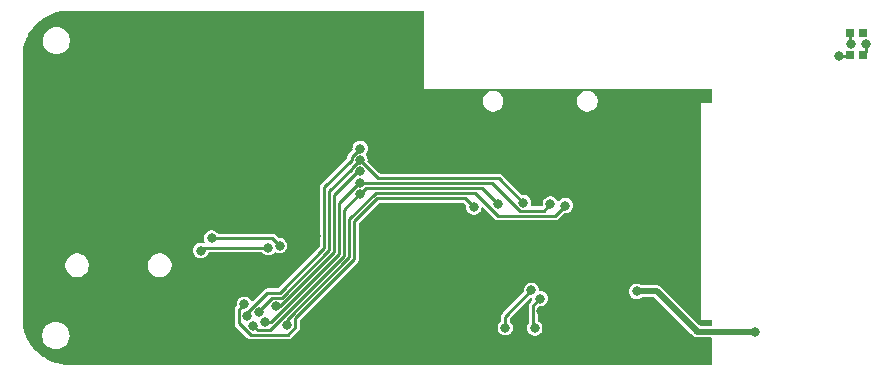
<source format=gbr>
%TF.GenerationSoftware,KiCad,Pcbnew,8.0.5-8.0.5-0~ubuntu22.04.1*%
%TF.CreationDate,2024-11-26T13:48:27+00:00*%
%TF.ProjectId,numcalcium,6e756d63-616c-4636-9975-6d2e6b696361,rev?*%
%TF.SameCoordinates,Original*%
%TF.FileFunction,Copper,L1,Top*%
%TF.FilePolarity,Positive*%
%FSLAX46Y46*%
G04 Gerber Fmt 4.6, Leading zero omitted, Abs format (unit mm)*
G04 Created by KiCad (PCBNEW 8.0.5-8.0.5-0~ubuntu22.04.1) date 2024-11-26 13:48:27*
%MOMM*%
%LPD*%
G01*
G04 APERTURE LIST*
%TA.AperFunction,SMDPad,CuDef*%
%ADD10R,0.700000X0.700000*%
%TD*%
%TA.AperFunction,ViaPad*%
%ADD11C,0.800000*%
%TD*%
%TA.AperFunction,Conductor*%
%ADD12C,0.250000*%
%TD*%
%TA.AperFunction,Conductor*%
%ADD13C,0.500000*%
%TD*%
G04 APERTURE END LIST*
D10*
%TO.P,D26,4,VDD*%
%TO.N,/Front/VDD*%
X70696000Y30285000D03*
%TO.P,D26,3,DIN*%
%TO.N,/Front/LED*%
X69596000Y30285000D03*
%TO.P,D26,2,VSS*%
%TO.N,GND*%
X69596000Y32115000D03*
%TO.P,D26,1,DOUT*%
%TO.N,unconnected-(D26-DOUT-Pad1)*%
X70696000Y32115000D03*
%TD*%
D11*
%TO.N,GND*%
X40640000Y20828000D03*
X28448000Y7620000D03*
X49784000Y26924000D03*
X69638000Y31195002D03*
X21971000Y17526000D03*
X20066000Y25019000D03*
X55372000Y10160000D03*
X15748000Y8128000D03*
X13970000Y22098000D03*
X29464000Y16764000D03*
X28702000Y23876000D03*
X1270000Y9398000D03*
X46736000Y18542000D03*
X38100000Y26924000D03*
X31496000Y16764000D03*
X25400000Y9046999D03*
X15240000Y33020000D03*
X14732000Y10668000D03*
X20320000Y22860000D03*
X5588000Y29210000D03*
X28575000Y13589000D03*
X34544000Y15494000D03*
X53340000Y16256000D03*
X45720000Y19304000D03*
X4064000Y14732000D03*
X55473600Y4978400D03*
X38100000Y24384000D03*
X51308000Y18288000D03*
X11684000Y16256000D03*
X4064000Y10160000D03*
X34544000Y21336000D03*
X49784000Y24384000D03*
X14224000Y18288000D03*
X24384000Y8128000D03*
X31496000Y14224000D03*
X14224000Y8128000D03*
X24257000Y17399000D03*
X17526000Y27178000D03*
X42164000Y19812000D03*
X28575000Y15494000D03*
X55372000Y15240000D03*
X33274000Y12192000D03*
X20320000Y19685000D03*
X55372000Y20320000D03*
X45974000Y9144000D03*
X23876000Y13970000D03*
X35306000Y8382000D03*
X18796000Y15748000D03*
X43434000Y8636000D03*
X34544000Y17272000D03*
X40640000Y9652000D03*
X34544000Y24384000D03*
X24257000Y26289000D03*
X54356000Y26924000D03*
X47752000Y17780000D03*
X23622000Y20955000D03*
X25400000Y33020000D03*
X35052000Y10414000D03*
X36576000Y21336000D03*
X24384000Y23114000D03*
X43688000Y19304000D03*
X5080000Y33020000D03*
X24373999Y14986000D03*
X34544000Y26924000D03*
X38354000Y8382000D03*
X38608000Y21336000D03*
X29210000Y21590000D03*
X36068000Y13716000D03*
X54356000Y24384000D03*
X6604000Y25400000D03*
X16764000Y9144000D03*
X11684000Y14732000D03*
X23622000Y18923000D03*
X47498000Y5588000D03*
X23622000Y19939000D03*
X48768000Y16256000D03*
X23241000Y26289000D03*
X50800000Y5588000D03*
%TO.N,/Front/VDD*%
X51511200Y10261600D03*
X61518800Y6858000D03*
X70908000Y31200000D03*
%TO.N,Net-(C12-Pad1)*%
X15524000Y14782000D03*
X21266940Y14127824D03*
%TO.N,Net-(C13-Pad1)*%
X20320000Y13970000D03*
X14605000Y13716000D03*
%TO.N,/Front/LED*%
X42595000Y10337000D03*
X68645631Y30207631D03*
X40386000Y7188200D03*
%TO.N,/Front/LCD_DC*%
X28066084Y20422494D03*
X20955000Y9046999D03*
%TO.N,/Front/MISO*%
X19050000Y7366000D03*
X39751000Y17653000D03*
X28067226Y18470998D03*
%TO.N,/Front/CK*%
X19541626Y8474137D03*
X41910000Y17780000D03*
X28064394Y21392655D03*
%TO.N,/Front/MOSI*%
X28066507Y19431000D03*
X44196000Y17653000D03*
X20066000Y7670000D03*
%TO.N,/Front/LCD_CS*%
X18517487Y8164770D03*
X28099928Y22352000D03*
%TO.N,/Front/SD_CS*%
X21881152Y7455848D03*
X45466000Y17526000D03*
%TO.N,/Front/SD_DET*%
X37719000Y17399000D03*
X18281007Y9150993D03*
%TO.N,/Front/BUZZER*%
X43326574Y9652000D03*
X42875200Y7162800D03*
%TD*%
D12*
%TO.N,GND*%
X23622000Y18923000D02*
X23622000Y19939000D01*
X69596000Y31237002D02*
X69596000Y32115000D01*
X69638000Y31195002D02*
X69596000Y31237002D01*
X23622000Y25654000D02*
X23622000Y19939000D01*
X23241000Y26289000D02*
X23241000Y26035000D01*
X23241000Y26035000D02*
X23622000Y25654000D01*
X24257000Y26289000D02*
X23622000Y25654000D01*
D13*
%TO.N,/Front/VDD*%
X56642000Y6858000D02*
X61518800Y6858000D01*
X51511200Y10261600D02*
X53238400Y10261600D01*
D12*
X70908000Y30497000D02*
X70696000Y30285000D01*
D13*
X53238400Y10261600D02*
X56540400Y6959600D01*
X56540400Y6959600D02*
X56642000Y6858000D01*
D12*
X70908000Y31200000D02*
X70908000Y30497000D01*
%TO.N,Net-(C12-Pad1)*%
X21266940Y14127824D02*
X20612764Y14782000D01*
X20612764Y14782000D02*
X15524000Y14782000D01*
%TO.N,Net-(C13-Pad1)*%
X14732000Y13716000D02*
X14605000Y13716000D01*
X14986000Y13970000D02*
X14732000Y13716000D01*
X20320000Y13970000D02*
X14986000Y13970000D01*
%TO.N,/Front/LED*%
X68645631Y30207631D02*
X69518631Y30207631D01*
X69518631Y30207631D02*
X69596000Y30285000D01*
X40386000Y8128000D02*
X40386000Y7188200D01*
X42595000Y10337000D02*
X40386000Y8128000D01*
%TO.N,/Front/LCD_DC*%
X28066084Y20422494D02*
X27915494Y20422494D01*
X25879000Y13582090D02*
X21343909Y9046999D01*
X27915494Y20422494D02*
X25879000Y18386000D01*
X25879000Y18386000D02*
X25879000Y13582090D01*
X21343909Y9046999D02*
X20955000Y9046999D01*
%TO.N,/Front/MISO*%
X26699001Y17174001D02*
X26699001Y13242435D01*
X27995998Y18470998D02*
X26699001Y17174001D01*
X28075242Y18470998D02*
X28625244Y19021000D01*
X28067226Y18470998D02*
X27995998Y18470998D01*
X38383000Y19021000D02*
X39751000Y17653000D01*
X28067226Y18470998D02*
X28075242Y18470998D01*
X26699001Y13242435D02*
X20441566Y6985000D01*
X28625244Y19021000D02*
X38383000Y19021000D01*
X20441566Y6985000D02*
X19431000Y6985000D01*
X19431000Y6985000D02*
X19050000Y7366000D01*
%TO.N,/Front/CK*%
X27381084Y20650084D02*
X25468999Y18737999D01*
X28064394Y21392655D02*
X27381084Y20709345D01*
X29616048Y19841001D02*
X39848999Y19841001D01*
X28064394Y21392655D02*
X29616048Y19841001D01*
X21449081Y9731999D02*
X20671263Y9731999D01*
X20671263Y9731999D02*
X19541626Y8602362D01*
X25468999Y18737999D02*
X25468999Y13751917D01*
X25468999Y13751917D02*
X21449081Y9731999D01*
X39848999Y19841001D02*
X41910000Y17780000D01*
X19541626Y8602362D02*
X19541626Y8474137D01*
X27381084Y20709345D02*
X27381084Y20650084D01*
%TO.N,/Front/MOSI*%
X43638000Y17095000D02*
X44196000Y17653000D01*
X41626263Y17095000D02*
X43638000Y17095000D01*
X28066507Y19431000D02*
X39290263Y19431000D01*
X20546738Y7670000D02*
X20066000Y7670000D01*
X28003500Y19431000D02*
X26289000Y17716500D01*
X26289000Y13412262D02*
X20546738Y7670000D01*
X26289000Y17716500D02*
X26289000Y13412262D01*
X39290263Y19431000D02*
X41626263Y17095000D01*
X28066507Y19431000D02*
X28003500Y19431000D01*
%TO.N,/Front/LCD_CS*%
X28099928Y22352000D02*
X28055002Y22352000D01*
X18517487Y8418735D02*
X18517487Y8164770D01*
X25058999Y13921745D02*
X21279253Y10141999D01*
X28055002Y22352000D02*
X27379394Y21676392D01*
X27379394Y21410394D02*
X25058999Y19089999D01*
X27379394Y21676392D02*
X27379394Y21410394D01*
X25058999Y19089999D02*
X25058999Y13921745D01*
X21279253Y10141999D02*
X20240751Y10141999D01*
X20240751Y10141999D02*
X18517487Y8418735D01*
%TO.N,/Front/SD_CS*%
X27178000Y16383000D02*
X29406000Y18611000D01*
X21881152Y7455848D02*
X21881152Y7844758D01*
X27178000Y13141606D02*
X27178000Y16383000D01*
X39750263Y16685000D02*
X44625000Y16685000D01*
X37824263Y18611000D02*
X39750263Y16685000D01*
X21881152Y7844758D02*
X27178000Y13141606D01*
X44625000Y16685000D02*
X45466000Y17526000D01*
X29406000Y18611000D02*
X37824263Y18611000D01*
%TO.N,/Front/SD_DET*%
X27588000Y16213172D02*
X27588000Y12971778D01*
X29535828Y18161000D02*
X27588000Y16213172D01*
X18825000Y6575000D02*
X17832487Y7567513D01*
X36957000Y18161000D02*
X29535828Y18161000D01*
X22611611Y7995389D02*
X22611611Y7217570D01*
X27588000Y12971778D02*
X22611611Y7995389D01*
X21969041Y6575000D02*
X18825000Y6575000D01*
X17832487Y7567513D02*
X17832487Y8702473D01*
X17832487Y8702473D02*
X18281007Y9150993D01*
X37719000Y17399000D02*
X36957000Y18161000D01*
X22611611Y7217570D02*
X21969041Y6575000D01*
%TO.N,/Front/BUZZER*%
X42875200Y7162800D02*
X42749000Y7289000D01*
X42749000Y7289000D02*
X42749000Y8077200D01*
X42749000Y8077200D02*
X42749000Y9074426D01*
X42749000Y9074426D02*
X43326574Y9652000D01*
%TD*%
%TA.AperFunction,Conductor*%
%TO.N,GND*%
G36*
X33487191Y34015336D02*
G01*
X33523155Y33965836D01*
X33528000Y33935243D01*
X33528000Y27432000D01*
X39224335Y27432000D01*
X39282526Y27413093D01*
X39318490Y27363593D01*
X39318490Y27302407D01*
X39282526Y27252907D01*
X39243649Y27235902D01*
X39223698Y27231933D01*
X39098626Y27207055D01*
X39098624Y27207054D01*
X38939299Y27141060D01*
X38939287Y27141054D01*
X38857034Y27086093D01*
X38795901Y27045245D01*
X38673955Y26923299D01*
X38646660Y26882449D01*
X38578145Y26779912D01*
X38578139Y26779900D01*
X38512145Y26620575D01*
X38512145Y26620573D01*
X38478500Y26451431D01*
X38478500Y26278968D01*
X38512145Y26109826D01*
X38512145Y26109824D01*
X38578139Y25950499D01*
X38578145Y25950487D01*
X38673955Y25807101D01*
X38673958Y25807097D01*
X38795897Y25685158D01*
X38795901Y25685155D01*
X38939287Y25589345D01*
X38939299Y25589339D01*
X39098625Y25523345D01*
X39267768Y25489700D01*
X39267771Y25489700D01*
X39440231Y25489700D01*
X39552992Y25512130D01*
X39609374Y25523345D01*
X39609375Y25523345D01*
X39768700Y25589339D01*
X39768712Y25589345D01*
X39871249Y25657860D01*
X39912099Y25685155D01*
X40034045Y25807101D01*
X40074893Y25868234D01*
X40129854Y25950487D01*
X40129860Y25950499D01*
X40195854Y26109824D01*
X40195855Y26109826D01*
X40229500Y26278971D01*
X40229500Y26451429D01*
X40195855Y26620574D01*
X40129858Y26779905D01*
X40129856Y26779907D01*
X40129854Y26779912D01*
X40102188Y26821315D01*
X40034045Y26923299D01*
X39912099Y27045245D01*
X39810115Y27113388D01*
X39768712Y27141054D01*
X39768707Y27141056D01*
X39768705Y27141058D01*
X39609374Y27207055D01*
X39484301Y27231933D01*
X39464351Y27235902D01*
X39410967Y27265799D01*
X39385351Y27321364D01*
X39397288Y27381374D01*
X39442218Y27422906D01*
X39483665Y27432000D01*
X47204335Y27432000D01*
X47262526Y27413093D01*
X47298490Y27363593D01*
X47298490Y27302407D01*
X47262526Y27252907D01*
X47223649Y27235902D01*
X47203698Y27231933D01*
X47078626Y27207055D01*
X47078624Y27207054D01*
X46919299Y27141060D01*
X46919287Y27141054D01*
X46837034Y27086093D01*
X46775901Y27045245D01*
X46653955Y26923299D01*
X46626660Y26882449D01*
X46558145Y26779912D01*
X46558139Y26779900D01*
X46492145Y26620575D01*
X46492145Y26620573D01*
X46458500Y26451431D01*
X46458500Y26278968D01*
X46492145Y26109826D01*
X46492145Y26109824D01*
X46558139Y25950499D01*
X46558145Y25950487D01*
X46653955Y25807101D01*
X46653958Y25807097D01*
X46775897Y25685158D01*
X46775901Y25685155D01*
X46919287Y25589345D01*
X46919299Y25589339D01*
X47078625Y25523345D01*
X47247768Y25489700D01*
X47247771Y25489700D01*
X47420231Y25489700D01*
X47532992Y25512130D01*
X47589374Y25523345D01*
X47589375Y25523345D01*
X47748700Y25589339D01*
X47748712Y25589345D01*
X47851249Y25657860D01*
X47892099Y25685155D01*
X48014045Y25807101D01*
X48054893Y25868234D01*
X48109854Y25950487D01*
X48109860Y25950499D01*
X48175854Y26109824D01*
X48175855Y26109826D01*
X48209500Y26278971D01*
X48209500Y26451429D01*
X48175855Y26620574D01*
X48109858Y26779905D01*
X48109856Y26779907D01*
X48109854Y26779912D01*
X48082188Y26821315D01*
X48014045Y26923299D01*
X47892099Y27045245D01*
X47790115Y27113388D01*
X47748712Y27141054D01*
X47748707Y27141056D01*
X47748705Y27141058D01*
X47589374Y27207055D01*
X47464301Y27231933D01*
X47444351Y27235902D01*
X47390967Y27265799D01*
X47365351Y27321364D01*
X47377288Y27381374D01*
X47422218Y27422906D01*
X47463665Y27432000D01*
X57813000Y27432000D01*
X57871191Y27413093D01*
X57907155Y27363593D01*
X57912000Y27333000D01*
X57912000Y26311800D01*
X57893093Y26253609D01*
X57843593Y26217645D01*
X57813000Y26212800D01*
X56995378Y26212800D01*
X56995378Y7874000D01*
X57813000Y7874000D01*
X57871191Y7855093D01*
X57907155Y7805593D01*
X57912000Y7775000D01*
X57912000Y7457500D01*
X57893093Y7399309D01*
X57843593Y7363345D01*
X57813000Y7358500D01*
X56890320Y7358500D01*
X56832129Y7377407D01*
X56820316Y7387496D01*
X56030377Y8177435D01*
X53545714Y10662100D01*
X53431589Y10727990D01*
X53431588Y10727990D01*
X53431586Y10727992D01*
X53304292Y10762100D01*
X53304290Y10762100D01*
X51964763Y10762100D01*
X51906572Y10781007D01*
X51899113Y10786998D01*
X51898403Y10787626D01*
X51883440Y10800883D01*
X51743565Y10874296D01*
X51590185Y10912100D01*
X51432215Y10912100D01*
X51278835Y10874296D01*
X51138960Y10800883D01*
X51116525Y10781007D01*
X51020715Y10696128D01*
X50930980Y10566123D01*
X50884087Y10442474D01*
X50874963Y10418417D01*
X50874962Y10418416D01*
X50855922Y10261601D01*
X50855922Y10261598D01*
X50874962Y10104783D01*
X50874963Y10104782D01*
X50930980Y9957076D01*
X51020715Y9827071D01*
X51138958Y9722318D01*
X51278835Y9648903D01*
X51432212Y9611100D01*
X51432215Y9611100D01*
X51590187Y9611100D01*
X51743564Y9648903D01*
X51822392Y9690276D01*
X51883440Y9722317D01*
X51899113Y9736202D01*
X51955207Y9760638D01*
X51964763Y9761100D01*
X52990078Y9761100D01*
X53048269Y9742193D01*
X53060082Y9732104D01*
X56139900Y6652286D01*
X56139899Y6652285D01*
X56334685Y6457500D01*
X56334690Y6457496D01*
X56448810Y6391609D01*
X56448808Y6391609D01*
X56516454Y6373483D01*
X56576107Y6357500D01*
X56576108Y6357500D01*
X56576109Y6357500D01*
X57813000Y6357500D01*
X57871191Y6338593D01*
X57907155Y6289093D01*
X57912000Y6258500D01*
X57912000Y4161243D01*
X57893093Y4103052D01*
X57843593Y4067088D01*
X57813000Y4062243D01*
X3388219Y4062243D01*
X3386968Y4062251D01*
X3385748Y4062266D01*
X3189865Y4064741D01*
X3180781Y4065274D01*
X2788082Y4106548D01*
X2777873Y4108164D01*
X2392244Y4190132D01*
X2382254Y4192810D01*
X2007332Y4314631D01*
X1997658Y4318344D01*
X1637531Y4478682D01*
X1628307Y4483381D01*
X1286888Y4680499D01*
X1278224Y4686126D01*
X959265Y4917862D01*
X951245Y4924358D01*
X658268Y5188156D01*
X650960Y5195464D01*
X387162Y5488441D01*
X380666Y5496461D01*
X148930Y5815420D01*
X143303Y5824084D01*
X-53814Y6165503D01*
X-58516Y6174732D01*
X-75240Y6212294D01*
X-155075Y6391609D01*
X-218851Y6534854D01*
X-222564Y6544528D01*
X-248974Y6625808D01*
X1161982Y6625808D01*
X1161982Y6410471D01*
X1201549Y6198803D01*
X1201550Y6198801D01*
X1279339Y5998005D01*
X1387017Y5824098D01*
X1392699Y5814921D01*
X1537775Y5655780D01*
X1709606Y5526021D01*
X1709621Y5526012D01*
X1902373Y5430033D01*
X1902375Y5430032D01*
X1902376Y5430032D01*
X2109492Y5371102D01*
X2323911Y5351233D01*
X2538330Y5371102D01*
X2745446Y5430032D01*
X2938208Y5526016D01*
X2938215Y5526021D01*
X3110046Y5655780D01*
X3110051Y5655785D01*
X3255123Y5814921D01*
X3368483Y5998005D01*
X3446272Y6198801D01*
X3485840Y6410471D01*
X3488324Y6518140D01*
X3485840Y6625809D01*
X3446272Y6837479D01*
X3368483Y7038275D01*
X3255123Y7221359D01*
X3110051Y7380495D01*
X2938208Y7510264D01*
X2745446Y7606248D01*
X2538330Y7665178D01*
X2323911Y7685047D01*
X2109492Y7665178D01*
X1902376Y7606248D01*
X1709614Y7510264D01*
X1709606Y7510258D01*
X1537775Y7380499D01*
X1537772Y7380495D01*
X1537771Y7380495D01*
X1392699Y7221359D01*
X1279339Y7038275D01*
X1233306Y6919450D01*
X1201549Y6837476D01*
X1181135Y6728271D01*
X1166932Y6652286D01*
X1161982Y6625808D01*
X-248974Y6625808D01*
X-344385Y6919450D01*
X-347068Y6929460D01*
X-429028Y7315056D01*
X-430649Y7325291D01*
X-471920Y7717971D01*
X-472454Y7727068D01*
X-474945Y7924163D01*
X-474953Y7925414D01*
X-474953Y8751908D01*
X17456987Y8751908D01*
X17456987Y7518078D01*
X17463781Y7492723D01*
X17482578Y7422570D01*
X17518415Y7360499D01*
X17518416Y7360500D01*
X17532012Y7336950D01*
X18524525Y6344438D01*
X18524524Y6344437D01*
X18594438Y6274524D01*
X18680058Y6225091D01*
X18680062Y6225089D01*
X18727812Y6212294D01*
X18727813Y6212295D01*
X18775564Y6199500D01*
X18775565Y6199500D01*
X22018479Y6199500D01*
X22066225Y6212294D01*
X22066226Y6212294D01*
X22113975Y6225088D01*
X22113982Y6225091D01*
X22199602Y6274524D01*
X22269516Y6344437D01*
X22269516Y6344438D01*
X22912085Y6987007D01*
X22912085Y6987006D01*
X22912086Y6987007D01*
X22961519Y7072628D01*
X22961520Y7072630D01*
X22982998Y7152786D01*
X22982999Y7152785D01*
X22982999Y7152789D01*
X22987111Y7168134D01*
X22987111Y7188201D01*
X39730722Y7188201D01*
X39730722Y7188198D01*
X39749762Y7031383D01*
X39749763Y7031382D01*
X39805780Y6883676D01*
X39895515Y6753671D01*
X40013758Y6648918D01*
X40153635Y6575503D01*
X40307012Y6537700D01*
X40307015Y6537700D01*
X40464987Y6537700D01*
X40618364Y6575503D01*
X40714212Y6625809D01*
X40758240Y6648917D01*
X40876483Y6753670D01*
X40966220Y6883677D01*
X41022237Y7031382D01*
X41041278Y7188200D01*
X41022237Y7345018D01*
X40966220Y7492723D01*
X40876483Y7622730D01*
X40794850Y7695048D01*
X40763833Y7747786D01*
X40761500Y7769150D01*
X40761500Y7931454D01*
X40780407Y7989645D01*
X40790496Y8001458D01*
X42446542Y9657504D01*
X42501059Y9685281D01*
X42516546Y9686500D01*
X42579401Y9686500D01*
X42637592Y9667593D01*
X42673556Y9618093D01*
X42677680Y9599422D01*
X42678938Y9589052D01*
X42667177Y9529008D01*
X42650663Y9507126D01*
X42518438Y9374901D01*
X42518437Y9374901D01*
X42448524Y9304987D01*
X42399091Y9219368D01*
X42396067Y9208083D01*
X42373500Y9123861D01*
X42373500Y9123859D01*
X42373500Y7611927D01*
X42355975Y7555690D01*
X42294980Y7467323D01*
X42241115Y7325291D01*
X42238963Y7319617D01*
X42238962Y7319616D01*
X42219922Y7162801D01*
X42219922Y7162798D01*
X42238962Y7005983D01*
X42238963Y7005982D01*
X42294980Y6858276D01*
X42384715Y6728271D01*
X42502958Y6623518D01*
X42642835Y6550103D01*
X42796212Y6512300D01*
X42796215Y6512300D01*
X42954187Y6512300D01*
X43107564Y6550103D01*
X43177502Y6586810D01*
X43247440Y6623517D01*
X43365683Y6728270D01*
X43455420Y6858277D01*
X43511437Y7005982D01*
X43519529Y7072628D01*
X43530478Y7162798D01*
X43530478Y7162801D01*
X43511437Y7319616D01*
X43511437Y7319618D01*
X43455420Y7467323D01*
X43365683Y7597330D01*
X43247440Y7702083D01*
X43177492Y7738794D01*
X43134754Y7782578D01*
X43124500Y7826454D01*
X43124500Y8877881D01*
X43143407Y8936072D01*
X43153496Y8947885D01*
X43178115Y8972504D01*
X43232632Y9000281D01*
X43248119Y9001500D01*
X43405561Y9001500D01*
X43558938Y9039303D01*
X43651825Y9088055D01*
X43698814Y9112717D01*
X43817057Y9217470D01*
X43818365Y9219364D01*
X43906793Y9347476D01*
X43906794Y9347477D01*
X43962811Y9495182D01*
X43981852Y9652000D01*
X43977204Y9690276D01*
X43968605Y9761100D01*
X43962811Y9808818D01*
X43906794Y9956523D01*
X43817057Y10086530D01*
X43698814Y10191283D01*
X43558939Y10264696D01*
X43405559Y10302500D01*
X43342173Y10302500D01*
X43283982Y10321407D01*
X43248018Y10370907D01*
X43243895Y10389567D01*
X43231237Y10493816D01*
X43231237Y10493818D01*
X43175220Y10641523D01*
X43085483Y10771530D01*
X42967240Y10876283D01*
X42827365Y10949696D01*
X42673985Y10987500D01*
X42516015Y10987500D01*
X42362635Y10949696D01*
X42222760Y10876283D01*
X42115215Y10781007D01*
X42104515Y10771528D01*
X42052472Y10696130D01*
X42014780Y10641523D01*
X41968207Y10518718D01*
X41958763Y10493817D01*
X41958762Y10493816D01*
X41939722Y10337001D01*
X41939722Y10336997D01*
X41947363Y10274062D01*
X41935607Y10214017D01*
X41919089Y10192126D01*
X40155438Y8428475D01*
X40155437Y8428475D01*
X40085524Y8358561D01*
X40036089Y8272938D01*
X40036090Y8272938D01*
X40036090Y8272937D01*
X40015118Y8194668D01*
X40010500Y8177435D01*
X40010500Y8177433D01*
X40010500Y7769150D01*
X39991593Y7710959D01*
X39977154Y7695052D01*
X39895517Y7622730D01*
X39895515Y7622728D01*
X39849241Y7555688D01*
X39805780Y7492723D01*
X39755484Y7360101D01*
X39749763Y7345017D01*
X39749762Y7345016D01*
X39730722Y7188201D01*
X22987111Y7188201D01*
X22987111Y7267006D01*
X22987111Y7798843D01*
X23006018Y7857034D01*
X23016107Y7868847D01*
X25449760Y10302500D01*
X27888475Y12741215D01*
X27937911Y12826841D01*
X27963500Y12922342D01*
X27963500Y13021214D01*
X27963500Y16016626D01*
X27982407Y16074817D01*
X27992496Y16086630D01*
X29662370Y17756504D01*
X29716887Y17784281D01*
X29732374Y17785500D01*
X36760456Y17785500D01*
X36818647Y17766593D01*
X36830460Y17756503D01*
X37043089Y17543872D01*
X37070866Y17489356D01*
X37071363Y17461937D01*
X37063722Y17399003D01*
X37063722Y17398998D01*
X37082762Y17242183D01*
X37082763Y17242182D01*
X37138780Y17094476D01*
X37228515Y16964471D01*
X37346758Y16859718D01*
X37486635Y16786303D01*
X37640012Y16748500D01*
X37640015Y16748500D01*
X37797987Y16748500D01*
X37951364Y16786303D01*
X38021302Y16823010D01*
X38091240Y16859717D01*
X38209483Y16964470D01*
X38299220Y17094477D01*
X38355237Y17242182D01*
X38363948Y17313925D01*
X38389730Y17369411D01*
X38443203Y17399146D01*
X38503943Y17391772D01*
X38532228Y17371995D01*
X39449787Y16454438D01*
X39519701Y16384524D01*
X39605321Y16335091D01*
X39605325Y16335089D01*
X39653075Y16322294D01*
X39653076Y16322295D01*
X39700827Y16309500D01*
X39700828Y16309500D01*
X44674438Y16309500D01*
X44722184Y16322294D01*
X44722185Y16322294D01*
X44769934Y16335088D01*
X44769941Y16335091D01*
X44855561Y16384524D01*
X44925475Y16454437D01*
X44925475Y16454438D01*
X45317541Y16846504D01*
X45372058Y16874281D01*
X45387545Y16875500D01*
X45544987Y16875500D01*
X45698364Y16913303D01*
X45795854Y16964471D01*
X45838240Y16986717D01*
X45956483Y17091470D01*
X45972418Y17114555D01*
X46024557Y17190093D01*
X46046220Y17221477D01*
X46102237Y17369182D01*
X46114687Y17471719D01*
X46121278Y17525998D01*
X46121278Y17526001D01*
X46114931Y17578272D01*
X46102237Y17682818D01*
X46046220Y17830523D01*
X45956483Y17960530D01*
X45838240Y18065283D01*
X45698365Y18138696D01*
X45544985Y18176500D01*
X45387015Y18176500D01*
X45233635Y18138696D01*
X45093760Y18065283D01*
X45054995Y18030940D01*
X44975515Y17960528D01*
X44953309Y17928356D01*
X44904692Y17891206D01*
X44843525Y17889727D01*
X44793170Y17924484D01*
X44779267Y17949487D01*
X44776220Y17957523D01*
X44686483Y18087530D01*
X44568240Y18192283D01*
X44428365Y18265696D01*
X44274985Y18303500D01*
X44117015Y18303500D01*
X43963635Y18265696D01*
X43823760Y18192283D01*
X43805944Y18176499D01*
X43705515Y18087528D01*
X43673742Y18041496D01*
X43615780Y17957523D01*
X43563814Y17820498D01*
X43559763Y17809817D01*
X43559762Y17809816D01*
X43540722Y17653001D01*
X43540722Y17652997D01*
X43548363Y17590062D01*
X43536607Y17530017D01*
X43520089Y17508126D01*
X43511459Y17499496D01*
X43456942Y17471719D01*
X43441455Y17470500D01*
X42631759Y17470500D01*
X42573568Y17489407D01*
X42537604Y17538907D01*
X42537604Y17600093D01*
X42539192Y17604605D01*
X42546235Y17623178D01*
X42546237Y17623183D01*
X42549858Y17653000D01*
X42565278Y17780000D01*
X42561657Y17809818D01*
X42551775Y17891206D01*
X42546237Y17936818D01*
X42490220Y18084523D01*
X42400483Y18214530D01*
X42282240Y18319283D01*
X42142365Y18392696D01*
X41988985Y18430500D01*
X41831544Y18430500D01*
X41773353Y18449407D01*
X41761540Y18459496D01*
X40079562Y20141475D01*
X40079563Y20141475D01*
X39993940Y20190909D01*
X39993937Y20190911D01*
X39946185Y20203706D01*
X39898435Y20216501D01*
X29812593Y20216501D01*
X29754402Y20235408D01*
X29742589Y20245497D01*
X29716834Y20271251D01*
X28740301Y21247783D01*
X28712526Y21302298D01*
X28712029Y21329713D01*
X28719672Y21392655D01*
X28700631Y21549473D01*
X28644614Y21697178D01*
X28579469Y21791557D01*
X28561974Y21850185D01*
X28582282Y21907902D01*
X28586846Y21913446D01*
X28590410Y21917469D01*
X28631410Y21976867D01*
X28680148Y22047477D01*
X28736165Y22195182D01*
X28755206Y22352000D01*
X28736165Y22508818D01*
X28680148Y22656523D01*
X28590411Y22786530D01*
X28472168Y22891283D01*
X28332293Y22964696D01*
X28178913Y23002500D01*
X28020943Y23002500D01*
X27867563Y22964696D01*
X27727688Y22891283D01*
X27727686Y22891281D01*
X27609443Y22786528D01*
X27519708Y22656523D01*
X27463691Y22508817D01*
X27463690Y22508816D01*
X27444650Y22352002D01*
X27444650Y22351996D01*
X27447427Y22329123D01*
X27435671Y22269078D01*
X27419153Y22247188D01*
X27148832Y21976867D01*
X27148831Y21976867D01*
X27078918Y21906953D01*
X27029483Y21821330D01*
X27029483Y21821329D01*
X27029484Y21821329D01*
X27006788Y21736626D01*
X27006787Y21736622D01*
X27003894Y21725826D01*
X27003894Y21606939D01*
X26984987Y21548748D01*
X26974898Y21536935D01*
X24828437Y19390474D01*
X24828436Y19390474D01*
X24758523Y19320560D01*
X24709090Y19234941D01*
X24709089Y19234937D01*
X24683499Y19139434D01*
X24683499Y19139432D01*
X24683499Y14118290D01*
X24664592Y14060099D01*
X24654503Y14048286D01*
X21152712Y10546495D01*
X21098195Y10518718D01*
X21082708Y10517499D01*
X20290187Y10517499D01*
X20191315Y10517499D01*
X20143564Y10504704D01*
X20143563Y10504704D01*
X20095813Y10491909D01*
X20095809Y10491907D01*
X20010187Y10442473D01*
X20010188Y10442473D01*
X19011382Y9443667D01*
X18956865Y9415890D01*
X18896433Y9425461D01*
X18859904Y9457431D01*
X18771490Y9585523D01*
X18653247Y9690276D01*
X18513372Y9763689D01*
X18359992Y9801493D01*
X18202022Y9801493D01*
X18048642Y9763689D01*
X17908767Y9690276D01*
X17794508Y9589052D01*
X17790522Y9585521D01*
X17728167Y9495183D01*
X17700787Y9455516D01*
X17659814Y9347477D01*
X17644770Y9307810D01*
X17644769Y9307809D01*
X17625729Y9150994D01*
X17625729Y9150990D01*
X17633370Y9088055D01*
X17621614Y9028010D01*
X17605096Y9006119D01*
X17601925Y9002948D01*
X17601924Y9002948D01*
X17532011Y8933034D01*
X17482578Y8847414D01*
X17482576Y8847409D01*
X17478695Y8832927D01*
X17478696Y8832927D01*
X17478695Y8832924D01*
X17468329Y8794235D01*
X17456987Y8751908D01*
X-474953Y8751908D01*
X-474953Y12568743D01*
X3124700Y12568743D01*
X3124700Y12371656D01*
X3163149Y12178365D01*
X3163149Y12178363D01*
X3238567Y11996286D01*
X3348061Y11832418D01*
X3348064Y11832414D01*
X3487414Y11693064D01*
X3487418Y11693061D01*
X3651286Y11583567D01*
X3833364Y11508149D01*
X4026656Y11469700D01*
X4026659Y11469700D01*
X4223743Y11469700D01*
X4352603Y11495332D01*
X4417035Y11508149D01*
X4417036Y11508149D01*
X4599113Y11583567D01*
X4653488Y11619899D01*
X4762982Y11693061D01*
X4902339Y11832418D01*
X5011832Y11996286D01*
X5087251Y12178365D01*
X5125700Y12371659D01*
X5125700Y12568741D01*
X5125700Y12568743D01*
X10124700Y12568743D01*
X10124700Y12371656D01*
X10163149Y12178365D01*
X10163149Y12178363D01*
X10238567Y11996286D01*
X10348061Y11832418D01*
X10348064Y11832414D01*
X10487414Y11693064D01*
X10487418Y11693061D01*
X10651286Y11583567D01*
X10833364Y11508149D01*
X11026656Y11469700D01*
X11026659Y11469700D01*
X11223743Y11469700D01*
X11352603Y11495332D01*
X11417035Y11508149D01*
X11417036Y11508149D01*
X11599113Y11583567D01*
X11653488Y11619899D01*
X11762982Y11693061D01*
X11902339Y11832418D01*
X12011832Y11996286D01*
X12087251Y12178365D01*
X12125700Y12371659D01*
X12125700Y12568741D01*
X12087251Y12762035D01*
X12011832Y12944114D01*
X11902339Y13107982D01*
X11762982Y13247339D01*
X11599114Y13356832D01*
X11417035Y13432251D01*
X11223741Y13470700D01*
X11026659Y13470700D01*
X10833365Y13432251D01*
X10651286Y13356832D01*
X10487418Y13247339D01*
X10348061Y13107982D01*
X10290085Y13021214D01*
X10238567Y12944113D01*
X10163149Y12762036D01*
X10163149Y12762034D01*
X10124700Y12568743D01*
X5125700Y12568743D01*
X5087251Y12762035D01*
X5011832Y12944114D01*
X4902339Y13107982D01*
X4762982Y13247339D01*
X4599114Y13356832D01*
X4417035Y13432251D01*
X4223741Y13470700D01*
X4026659Y13470700D01*
X3833365Y13432251D01*
X3651286Y13356832D01*
X3487418Y13247339D01*
X3348061Y13107982D01*
X3290085Y13021214D01*
X3238567Y12944113D01*
X3163149Y12762036D01*
X3163149Y12762034D01*
X3124700Y12568743D01*
X-474953Y12568743D01*
X-474953Y13716001D01*
X13949722Y13716001D01*
X13949722Y13715998D01*
X13968762Y13559183D01*
X13968763Y13559182D01*
X14024780Y13411476D01*
X14114515Y13281471D01*
X14232758Y13176718D01*
X14372635Y13103303D01*
X14526012Y13065500D01*
X14526015Y13065500D01*
X14683987Y13065500D01*
X14837364Y13103303D01*
X14907302Y13140010D01*
X14977240Y13176717D01*
X15095483Y13281470D01*
X15185220Y13411477D01*
X15230400Y13530607D01*
X15268713Y13578311D01*
X15322966Y13594500D01*
X19736812Y13594500D01*
X19795003Y13575593D01*
X19818288Y13551738D01*
X19829515Y13535471D01*
X19947758Y13430718D01*
X20087635Y13357303D01*
X20241012Y13319500D01*
X20241015Y13319500D01*
X20398987Y13319500D01*
X20552364Y13357303D01*
X20622302Y13394010D01*
X20692240Y13430717D01*
X20810483Y13535470D01*
X20810484Y13535471D01*
X20810485Y13535472D01*
X20814457Y13539955D01*
X20815558Y13538978D01*
X20858560Y13571841D01*
X20919727Y13573321D01*
X20937430Y13566114D01*
X21034575Y13515127D01*
X21187952Y13477324D01*
X21187955Y13477324D01*
X21345927Y13477324D01*
X21499304Y13515127D01*
X21610181Y13573321D01*
X21639180Y13588541D01*
X21757423Y13693294D01*
X21773095Y13715998D01*
X21847159Y13823300D01*
X21847160Y13823301D01*
X21903177Y13971006D01*
X21916081Y14077282D01*
X21922218Y14127822D01*
X21922218Y14127825D01*
X21903177Y14284640D01*
X21903177Y14284642D01*
X21847160Y14432347D01*
X21757423Y14562354D01*
X21639180Y14667107D01*
X21499305Y14740520D01*
X21345925Y14778324D01*
X21188483Y14778324D01*
X21130292Y14797231D01*
X21118479Y14807321D01*
X20843335Y15082467D01*
X20843328Y15082473D01*
X20843327Y15082473D01*
X20843327Y15082474D01*
X20843326Y15082475D01*
X20757702Y15131910D01*
X20709950Y15144705D01*
X20662200Y15157500D01*
X16107188Y15157500D01*
X16048997Y15176407D01*
X16025712Y15200262D01*
X16014484Y15216528D01*
X16014483Y15216530D01*
X15896240Y15321283D01*
X15756365Y15394696D01*
X15602985Y15432500D01*
X15445015Y15432500D01*
X15291635Y15394696D01*
X15151760Y15321283D01*
X15151758Y15321281D01*
X15033515Y15216528D01*
X14943780Y15086523D01*
X14887763Y14938817D01*
X14887762Y14938816D01*
X14868722Y14782001D01*
X14868722Y14781998D01*
X14887762Y14625183D01*
X14887763Y14625182D01*
X14911590Y14562354D01*
X14943783Y14477470D01*
X14946098Y14473059D01*
X14956395Y14412746D01*
X14929275Y14357900D01*
X14884058Y14331431D01*
X14880961Y14330600D01*
X14831649Y14330105D01*
X14718877Y14357900D01*
X14683985Y14366500D01*
X14526015Y14366500D01*
X14372635Y14328696D01*
X14232760Y14255283D01*
X14232758Y14255281D01*
X14114515Y14150528D01*
X14024780Y14020523D01*
X13968763Y13872817D01*
X13968762Y13872816D01*
X13949722Y13716001D01*
X-474953Y13716001D01*
X-474953Y30171071D01*
X-474945Y30172322D01*
X-472454Y30369417D01*
X-471920Y30378514D01*
X-430648Y30771193D01*
X-429027Y30781428D01*
X-347066Y31167024D01*
X-344384Y31177034D01*
X-222564Y31551956D01*
X-218850Y31561630D01*
X-201750Y31600038D01*
X1234576Y31600038D01*
X1234576Y31388447D01*
X1273455Y31180461D01*
X1273456Y31180459D01*
X1349892Y30983156D01*
X1461280Y30803257D01*
X1461282Y30803254D01*
X1603830Y30646887D01*
X1772680Y30519378D01*
X1772689Y30519373D01*
X1962087Y30425064D01*
X1962089Y30425063D01*
X1962090Y30425063D01*
X2165604Y30367158D01*
X2376293Y30347635D01*
X2586982Y30367158D01*
X2790496Y30425063D01*
X2979904Y30519377D01*
X3148758Y30646889D01*
X3291306Y30803257D01*
X3402694Y30983156D01*
X3479130Y31180459D01*
X3518010Y31388447D01*
X3520450Y31494243D01*
X3518010Y31600039D01*
X3479130Y31808027D01*
X3402694Y32005330D01*
X3291306Y32185229D01*
X3148758Y32341597D01*
X2979904Y32469109D01*
X2790496Y32563423D01*
X2586982Y32621328D01*
X2376293Y32640851D01*
X2165604Y32621328D01*
X1962090Y32563423D01*
X1772682Y32469109D01*
X1603828Y32341597D01*
X1461280Y32185229D01*
X1349892Y32005330D01*
X1317514Y31921752D01*
X1273455Y31808024D01*
X1234576Y31600038D01*
X-201750Y31600038D01*
X-58514Y31921752D01*
X-53810Y31930985D01*
X92977Y32185229D01*
X143300Y32272391D01*
X148941Y32281077D01*
X380660Y32600012D01*
X387172Y32608051D01*
X650952Y32901010D01*
X658279Y32908337D01*
X686885Y32934094D01*
X951235Y33172116D01*
X959284Y33178634D01*
X1278212Y33410348D01*
X1286903Y33415992D01*
X1628304Y33613099D01*
X1637537Y33617803D01*
X1997659Y33778140D01*
X2007333Y33781854D01*
X2382255Y33903674D01*
X2392265Y33906356D01*
X2777861Y33988317D01*
X2788096Y33989938D01*
X3180775Y34031210D01*
X3189872Y34031744D01*
X3386968Y34034235D01*
X3388219Y34034243D01*
X33429000Y34034243D01*
X33487191Y34015336D01*
G37*
%TD.AperFunction*%
%TD*%
M02*

</source>
